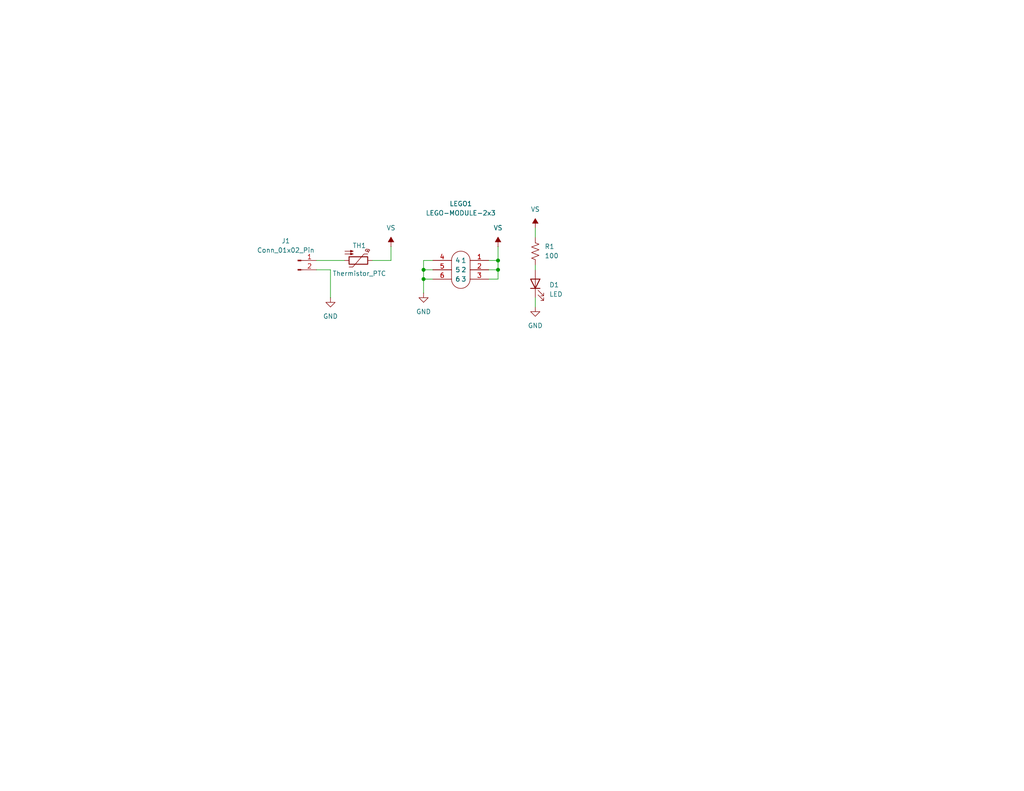
<source format=kicad_sch>
(kicad_sch (version 20250114) (generator "eeschema") (generator_version "9.0")
  (paper "USLetter")
  (title_block (title "2x3 RGB LED 4-pin TH Module") (date "17 Apr 2019") (rev "1.0") (company "All rights reserved.") (comment 1 "help@browndoggadgets.com") (comment 2 "http://browndoggadgets.com/") (comment 3 "Brown Dog Gadgets"))
  (lib_symbols
    (symbol "Connector:Conn_01x02_Pin" (pin_names (offset 1.016) (hide yes))
      (property "Reference" "J" (at 0 2.54 0))
      (property "Value" "Conn_01x02_Pin" (at 0 -5.08 0))
      (symbol "Conn_01x02_Pin_1_1"
        (rectangle (start 0.8636 0.127) (end 0 -0.127) (stroke (width 0.1524)) (fill (type outline)))
        (rectangle (start 0.8636 -2.413) (end 0 -2.667) (stroke (width 0.1524)) (fill (type outline)))
        (polyline (pts (xy 1.27 0) (xy 0.8636 0)) (stroke (width 0.1524)))
        (polyline (pts (xy 1.27 -2.54) (xy 0.8636 -2.54)) (stroke (width 0.1524)))
        (pin passive line (at 5.08 0 180) (length 3.81) (name "Pin_1") (number "1"))
        (pin passive line (at 5.08 -2.54 180) (length 3.81) (name "Pin_2") (number "2"))
      )
    )
    (symbol "Device:LED" (pin_numbers (hide yes)) (pin_names (offset 1.016) (hide yes))
      (property "Reference" "D" (at 0 2.54 0))
      (property "Value" "LED" (at 0 -2.54 0))
      (symbol "LED_0_1"
        (polyline (pts (xy -3.048 -0.762) (xy -4.572 -2.286) (xy -3.81 -2.286) (xy -4.572 -2.286) (xy -4.572 -1.524)))
        (polyline (pts (xy -1.778 -0.762) (xy -3.302 -2.286) (xy -2.54 -2.286) (xy -3.302 -2.286) (xy -3.302 -1.524)))
        (polyline (pts (xy -1.27 0) (xy 1.27 0)))
        (polyline (pts (xy -1.27 -1.27) (xy -1.27 1.27)) (stroke (width 0.254)))
        (polyline (pts (xy 1.27 -1.27) (xy 1.27 1.27) (xy -1.27 0) (xy 1.27 -1.27)) (stroke (width 0.254)))
      )
      (symbol "LED_1_1"
        (pin passive line (at -3.81 0 0) (length 2.54) (name "K") (number "1"))
        (pin passive line (at 3.81 0 180) (length 2.54) (name "A") (number "2"))
      )
    )
    (symbol "Device:R_US" (pin_numbers (hide yes)) (pin_names (offset 0))
      (property "Reference" "R" (at 2.54 0 90))
      (property "Value" "R_US" (at -2.54 0 90))
      (symbol "R_US_0_1"
        (polyline (pts (xy 0 2.286) (xy 0 2.54)))
        (polyline (pts (xy 0 2.286) (xy 1.016 1.905) (xy 0 1.524) (xy -1.016 1.143) (xy 0 0.762)))
        (polyline (pts (xy 0 0.762) (xy 1.016 0.381) (xy 0 0) (xy -1.016 -0.381) (xy 0 -0.762)))
        (polyline (pts (xy 0 -0.762) (xy 1.016 -1.143) (xy 0 -1.524) (xy -1.016 -1.905) (xy 0 -2.286)))
        (polyline (pts (xy 0 -2.286) (xy 0 -2.54)))
      )
      (symbol "R_US_1_1"
        (pin passive line (at 0 3.81 270) (length 1.27) (name "~") (number "1"))
        (pin passive line (at 0 -3.81 90) (length 1.27) (name "~") (number "2"))
      )
    )
    (symbol "Device:Thermistor_PTC" (pin_numbers (hide yes)) (pin_names (offset 0))
      (property "Reference" "TH" (at -4.064 0 90))
      (property "Value" "Thermistor_PTC" (at 3.048 0 90))
      (symbol "Thermistor_PTC_0_1"
        (arc (start -3.175 2.413) (mid -3.0506 2.3165) (end -3.048 2.159))
        (arc (start -3.048 2.794) (mid -2.9736 2.9736) (end -2.794 3.048))
        (arc (start -2.794 3.048) (mid -2.6144 2.9736) (end -2.54 2.794))
        (arc (start -2.794 2.54) (mid -2.9736 2.6144) (end -3.048 2.794))
        (arc (start -2.794 1.905) (mid -2.9736 1.9794) (end -3.048 2.159))
        (arc (start -2.54 2.159) (mid -2.6144 1.9794) (end -2.794 1.905))
        (arc (start -2.159 2.794) (mid -2.434 2.5608) (end -2.794 2.54))
        (polyline (pts (xy -2.54 2.159) (xy -2.54 2.794)))
        (polyline (pts (xy -2.54 -3.683) (xy -2.54 -1.397) (xy -2.794 -2.159) (xy -2.286 -2.159) (xy -2.54 -1.397) (xy -2.54 -1.651)) (fill (type outline)))
        (polyline (pts (xy -1.778 2.54) (xy -1.778 1.524) (xy 1.778 -1.524) (xy 1.778 -2.54)))
        (polyline (pts (xy -1.778 -3.683) (xy -1.778 -1.397) (xy -2.032 -2.159) (xy -1.524 -2.159) (xy -1.778 -1.397) (xy -1.778 -1.651)) (fill (type outline)))
        (rectangle (start -1.016 2.54) (end 1.016 -2.54) (stroke (width 0.254)))
      )
      (symbol "Thermistor_PTC_1_1"
        (pin passive line (at 0 3.81 270) (length 1.27) (name "~") (number "1"))
        (pin passive line (at 0 -3.81 90) (length 1.27) (name "~") (number "2"))
      )
    )
    (symbol "crazy_circuits:LEGO-MODULE-2x3" (pin_names (offset 1.016))
      (property "Reference" "LEGO" (at 0 5.08 0))
      (property "Value" "LEGO-MODULE-2x3" (at -0.635 -8.255 0))
      (symbol "LEGO-MODULE-2x3_0_1"
        (polyline (pts (xy -2.54 -1.27) (xy -2.54 1.27)))
        (polyline (pts (xy -2.54 -1.27) (xy -2.54 -3.81)))
        (arc (start -2.54 1.27) (mid 0 3.81) (end 2.54 1.27))
        (arc (start 2.54 -3.81) (mid 0 -6.35) (end -2.54 -3.81))
        (polyline (pts (xy 2.54 1.27) (xy 2.54 -1.27)))
        (polyline (pts (xy 2.54 -1.27) (xy 2.54 -3.81)))
      )
      (symbol "LEGO-MODULE-2x3_1_1"
        (pin input line (at -7.62 1.27 0) (length 5.08) (name "1") (number "1"))
        (pin input line (at -7.62 -1.27 0) (length 5.08) (name "2") (number "2"))
        (pin input line (at -7.62 -3.81 0) (length 5.08) (name "3") (number "3"))
        (pin input line (at 7.62 1.27 180) (length 5.08) (name "4") (number "4"))
        (pin input line (at 7.62 -1.27 180) (length 5.08) (name "5") (number "5"))
        (pin input line (at 7.62 -3.81 180) (length 5.08) (name "6") (number "6"))
      )
    )
    (symbol "power:GND" (power) (pin_numbers (hide yes)) (pin_names (offset 0) (hide yes))
      (property "Value" "GND" (at 0 -3.81 0))
      (symbol "GND_0_1"
        (polyline (pts (xy 0 0) (xy 0 -1.27) (xy 1.27 -1.27) (xy 0 -2.54) (xy -1.27 -1.27) (xy 0 -1.27)))
      )
      (symbol "GND_1_1"
        (pin power_in line (at 0 0 270) (length 0) (name "~") (number "1"))
      )
    )
    (symbol "power:VS" (power) (pin_numbers (hide yes)) (pin_names (offset 0) (hide yes))
      (property "Value" "VS" (at 0 3.556 0))
      (symbol "VS_0_1"
        (polyline (pts (xy 0 0) (xy 0 2.54)))
        (polyline (pts (xy 0.762 1.27) (xy -0.762 1.27) (xy 0 2.54) (xy 0.762 1.27)) (fill (type outline)))
      )
      (symbol "VS_1_1"
        (pin power_in line (at 0 0 90) (length 0) (name "~") (number "1"))
      )
    )
  )
  (junction (at 135.89 71.12))
  (junction (at 115.57 73.66))
  (junction (at 135.89 73.66))
  (junction (at 115.57 76.2))
  (wire (pts (xy 115.57 73.66) (xy 115.57 76.2)))
  (wire (pts (xy 135.89 73.66) (xy 135.89 76.2)))
  (wire (pts (xy 115.57 71.12) (xy 115.57 73.66)))
  (wire (pts (xy 146.05 72.39) (xy 146.05 73.66)))
  (wire (pts (xy 133.35 71.12) (xy 135.89 71.12)))
  (wire (pts (xy 90.17 73.66) (xy 90.17 81.28)))
  (wire (pts (xy 135.89 71.12) (xy 135.89 73.66)))
  (wire (pts (xy 146.05 81.28) (xy 146.05 83.82)))
  (wire (pts (xy 135.89 67.31) (xy 135.89 71.12)))
  (wire (pts (xy 133.35 73.66) (xy 135.89 73.66)))
  (wire (pts (xy 115.57 76.2) (xy 115.57 80.01)))
  (wire (pts (xy 106.68 71.12) (xy 106.68 67.31)))
  (wire (pts (xy 86.36 73.66) (xy 90.17 73.66)))
  (wire (pts (xy 133.35 76.2) (xy 135.89 76.2)))
  (wire (pts (xy 101.6 71.12) (xy 106.68 71.12)))
  (wire (pts (xy 115.57 73.66) (xy 118.11 73.66)))
  (wire (pts (xy 115.57 71.12) (xy 118.11 71.12)))
  (wire (pts (xy 146.05 62.23) (xy 146.05 64.77)))
  (wire (pts (xy 118.11 76.2) (xy 115.57 76.2)))
  (wire (pts (xy 86.36 71.12) (xy 93.98 71.12)))
  (symbol (lib_id "crazy_circuits:LEGO-MODULE-2x3") (at 125.73 72.39 0) (mirror y) (unit 1)
    (property "Reference" "LEGO1" (at 125.73 55.626 0))
    (property "Value" "LEGO-MODULE-2x3" (at 125.73 58.166 0))
    (property "Footprint" "Crazy_Circuits_9:BLANK-LEGO-2x3" (effects (hide yes)))
  )
  (symbol (lib_id "power:GND") (at 146.05 83.82 0) (unit 1)
    (property "Reference" "#PWR06" (effects (hide yes)))
    (property "Value" "GND" (at 146.05 88.9 0))
    (property "Description" "Power symbol creates a global label with name \"GND\" , ground" (effects (hide yes)))
  )
  (symbol (lib_id "power:VS") (at 106.68 67.31 0) (unit 1)
    (property "Reference" "#PWR03" (effects (hide yes)))
    (property "Value" "VS" (at 106.68 62.23 0))
    (property "Description" "Power symbol creates a global label with name \"VS\"" (effects (hide yes)))
  )
  (symbol (lib_id "power:VS") (at 135.89 67.31 0) (unit 1)
    (property "Reference" "#PWR01" (effects (hide yes)))
    (property "Value" "VS" (at 135.89 62.23 0))
    (property "Description" "Power symbol creates a global label with name \"VS\"" (effects (hide yes)))
  )
  (symbol (lib_id "Device:LED") (at 146.05 77.47 90) (unit 1)
    (property "Reference" "D1" (at 149.86 77.7874 90) (effects (justify right)))
    (property "Value" "LED" (at 149.86 80.3274 90) (effects (justify right)))
    (property "Footprint" "LED_SMD:LED_0603_1608Metric" (effects (hide yes)))
    (property "Description" "Light emitting diode" (effects (hide yes)))
    (property "Sim.Pins" "1=K 2=A" (effects (hide yes)))
  )
  (symbol (lib_id "power:VS") (at 146.05 62.23 0) (unit 1)
    (property "Reference" "#PWR05" (effects (hide yes)))
    (property "Value" "VS" (at 146.05 57.15 0))
    (property "Description" "Power symbol creates a global label with name \"VS\"" (effects (hide yes)))
  )
  (symbol (lib_id "power:GND") (at 115.57 80.01 0) (unit 1)
    (property "Reference" "#PWR02" (effects (hide yes)))
    (property "Value" "GND" (at 115.57 85.09 0))
    (property "Description" "Power symbol creates a global label with name \"GND\" , ground" (effects (hide yes)))
  )
  (symbol (lib_id "Device:Thermistor_PTC") (at 97.79 71.12 270) (unit 1)
    (property "Reference" "TH1" (at 98.044 67.056 90))
    (property "Value" "Thermistor_PTC" (at 98.044 74.676 90))
    (property "Footprint" "Resistor_SMD:R_1206_3216Metric" (effects (hide yes)))
    (property "Description" "Temperature dependent resistor, positive temperature coefficient" (effects (hide yes)))
  )
  (symbol (lib_id "Connector:Conn_01x02_Pin") (at 81.28 71.12 0) (unit 1)
    (property "Reference" "J1" (at 77.978 65.786 0))
    (property "Value" "Conn_01x02_Pin" (at 77.978 68.326 0))
    (property "Footprint" "Crazy_Circuits_9:PinHeader_1x02_P2.54mm_Horizontal" (effects (hide yes)))
    (property "Description" "Generic connector, single row, 01x02, script generated" (effects (hide yes)))
  )
  (symbol (lib_id "Device:R_US") (at 146.05 68.58 0) (unit 1)
    (property "Reference" "R1" (at 148.59 67.3099 0) (effects (justify left)))
    (property "Value" "100" (at 148.59 69.8499 0) (effects (justify left)))
    (property "Footprint" "Resistor_SMD:R_0603_1608Metric" (effects (hide yes)))
    (property "Description" "Resistor, US symbol" (effects (hide yes)))
  )
  (symbol (lib_id "power:GND") (at 90.17 81.28 0) (unit 1)
    (property "Reference" "#PWR04" (effects (hide yes)))
    (property "Value" "GND" (at 90.17 86.36 0))
    (property "Description" "Power symbol creates a global label with name \"GND\" , ground" (effects (hide yes)))
  )
)
</source>
